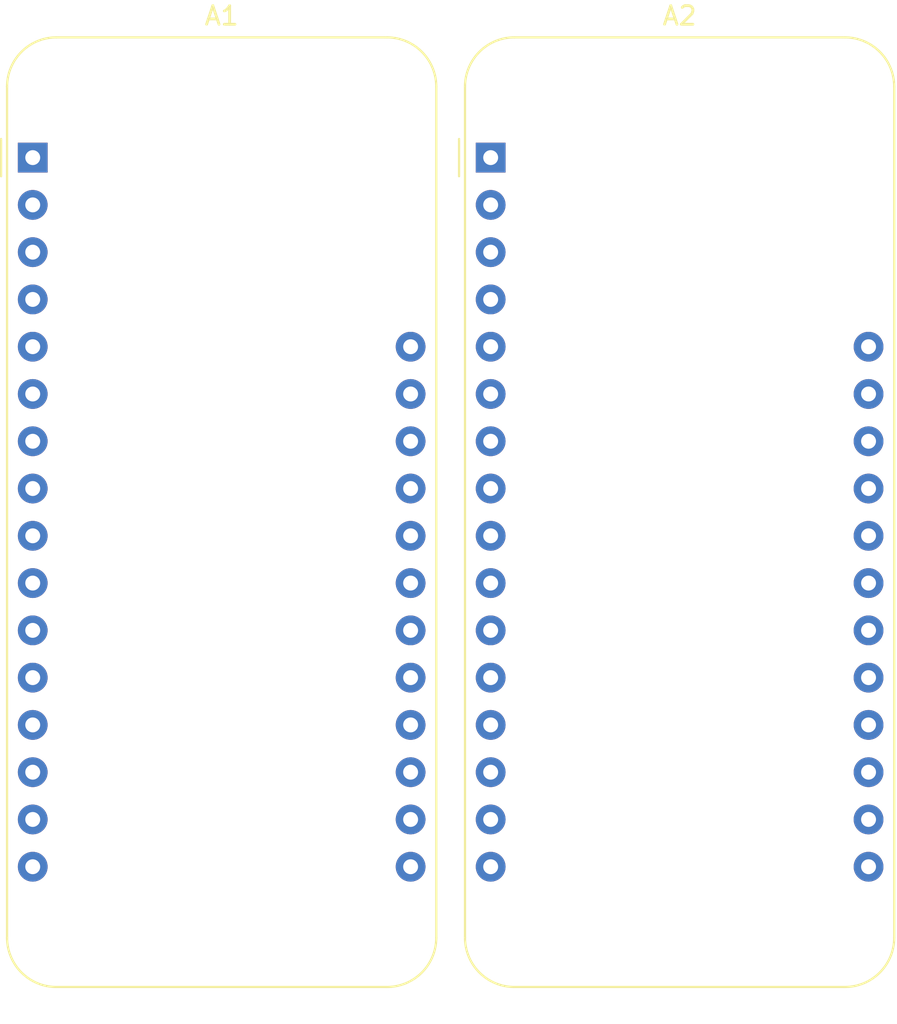
<source format=kicad_pcb>
(kicad_pcb (version 20221018) (generator pcbnew)
  (layers (0 "F.Cu" signal) (31 "B.Cu" signal) (34 "B.Paste" user) (35 "F.Paste" user) (36 "B.SilkS" user "B.Silkscreen") (37 "F.SilkS" user "F.Silkscreen") (38 "B.Mask" user) (39 "F.Mask" user) (44 "Edge.Cuts" user))
  (net 0 "")
  (net 1 "Net-(A1-~{RESET})")
  (net 2 "Net-(A1-3V3)")
  (net 3 "Net-(A1-AREF)")
  (net 4 "Net-(A1-GND)")
  (net 5 "Net-(A1-A0)")
  (net 6 "Net-(A1-A1)")
  (net 7 "Net-(A1-A2)")
  (net 8 "Net-(A1-A3)")
  (net 9 "Net-(A1-A4)")
  (net 10 "Net-(A1-A5)")
  (net 11 "Net-(A1-SCK)")
  (net 12 "Net-(A1-MOSI)")
  (net 13 "Net-(A1-MISO)")
  (net 14 "Net-(A1-RX)")
  (net 15 "Net-(A1-TX)")
  (net 16 "Net-(A1-SPARE)")
  (net 17 "Net-(A1-SDA)")
  (net 18 "Net-(A1-SCL)")
  (net 19 "Net-(A1-D0)")
  (net 20 "Net-(A1-D1)")
  (net 21 "Net-(A1-D2)")
  (net 22 "Net-(A1-D3)")
  (net 23 "Net-(A1-D4)")
  (net 24 "Net-(A1-D5)")
  (net 25 "Net-(A1-D6)")
  (net 26 "Net-(A1-USB)")
  (net 27 "Net-(A1-EN)")
  (net 28 "Net-(A1-VBAT)")
  (footprint "Module:Adafruit_Feather" (layer "F.Cu") (at 42.28 20.74)
    (fp_text reference "A2" (at 10.16 -7.62) (layer "F.SilkS"))
    (fp_text value "Adafruit_Feather_Generic")
    (fp_line (start -1.7 1) (end -1.7 -1) (stroke (width 0.12)) (layer "F.SilkS"))
    (fp_line (start -1.38 -3.81) (end -1.38 41.91) (stroke (width 0.12)) (layer "F.SilkS"))
    (fp_line (start 19.05 -6.46) (end 1.27 -6.46) (stroke (width 0.12)) (layer "F.SilkS"))
    (fp_line (start 19.05 44.56) (end 1.27 44.56) (stroke (width 0.12)) (layer "F.SilkS"))
    (fp_line (start 21.7 -3.81) (end 21.7 41.91) (stroke (width 0.12)) (layer "F.SilkS"))
    (fp_arc (start -1.38 -3.81) (mid -0.603833 -5.683833) (end 1.27 -6.46) (stroke (width 0.12)) (layer "F.SilkS"))
    (fp_arc (start 1.27 44.56) (mid -0.603833 43.783833) (end -1.38 41.91) (stroke (width 0.12)) (layer "F.SilkS"))
    (fp_arc (start 19.05 -6.46) (mid 20.923833 -5.683833) (end 21.7 -3.81) (stroke (width 0.12)) (layer "F.SilkS"))
    (fp_arc (start 21.7 41.91) (mid 20.923833 43.783833) (end 19.05 44.56) (stroke (width 0.12)) (layer "F.SilkS"))
    (pad "1" thru_hole rect (at 0 0 180) (size 1.6 1.6) (drill 0.8) (layers "*.Cu" "*.Mask") (net 1 "Net-(A1-~{RESET})"))
    (pad "2" thru_hole circle (at 0 2.54 180) (size 1.6 1.6) (drill 0.8) (layers "*.Cu" "*.Mask") (net 2 "Net-(A1-3V3)"))
    (pad "3" thru_hole circle (at 0 5.08 180) (size 1.6 1.6) (drill 0.8) (layers "*.Cu" "*.Mask") (net 3 "Net-(A1-AREF)"))
    (pad "4" thru_hole circle (at 0 7.62 180) (size 1.6 1.6) (drill 0.8) (layers "*.Cu" "*.Mask") (net 4 "Net-(A1-GND)"))
    (pad "5" thru_hole circle (at 0 10.16 180) (size 1.6 1.6) (drill 0.8) (layers "*.Cu" "*.Mask") (net 5 "Net-(A1-A0)"))
    (pad "6" thru_hole circle (at 0 12.7 180) (size 1.6 1.6) (drill 0.8) (layers "*.Cu" "*.Mask") (net 6 "Net-(A1-A1)"))
    (pad "7" thru_hole circle (at 0 15.24 180) (size 1.6 1.6) (drill 0.8) (layers "*.Cu" "*.Mask") (net 7 "Net-(A1-A2)"))
    (pad "8" thru_hole circle (at 0 17.78 180) (size 1.6 1.6) (drill 0.8) (layers "*.Cu" "*.Mask") (net 8 "Net-(A1-A3)"))
    (pad "9" thru_hole circle (at 0 20.32 180) (size 1.6 1.6) (drill 0.8) (layers "*.Cu" "*.Mask") (net 9 "Net-(A1-A4)"))
    (pad "10" thru_hole circle (at 0 22.86 180) (size 1.6 1.6) (drill 0.8) (layers "*.Cu" "*.Mask") (net 10 "Net-(A1-A5)"))
    (pad "11" thru_hole circle (at 0 25.4 180) (size 1.6 1.6) (drill 0.8) (layers "*.Cu" "*.Mask") (net 11 "Net-(A1-SCK)"))
    (pad "12" thru_hole circle (at 0 27.94 180) (size 1.6 1.6) (drill 0.8) (layers "*.Cu" "*.Mask") (net 12 "Net-(A1-MOSI)"))
    (pad "13" thru_hole circle (at 0 30.48 180) (size 1.6 1.6) (drill 0.8) (layers "*.Cu" "*.Mask") (net 13 "Net-(A1-MISO)"))
    (pad "14" thru_hole circle (at 0 33.02 180) (size 1.6 1.6) (drill 0.8) (layers "*.Cu" "*.Mask") (net 14 "Net-(A1-RX)"))
    (pad "15" thru_hole circle (at 0 35.56 180) (size 1.6 1.6) (drill 0.8) (layers "*.Cu" "*.Mask") (net 15 "Net-(A1-TX)"))
    (pad "16" thru_hole circle (at 0 38.1 180) (size 1.6 1.6) (drill 0.8) (layers "*.Cu" "*.Mask") (net 16 "Net-(A1-SPARE)"))
    (pad "17" thru_hole circle (at 20.32 38.1 180) (size 1.6 1.6) (drill 0.8) (layers "*.Cu" "*.Mask") (net 17 "Net-(A1-SDA)"))
    (pad "18" thru_hole circle (at 20.32 35.56 180) (size 1.6 1.6) (drill 0.8) (layers "*.Cu" "*.Mask") (net 18 "Net-(A1-SCL)"))
    (pad "19" thru_hole circle (at 20.32 33.02 180) (size 1.6 1.6) (drill 0.8) (layers "*.Cu" "*.Mask") (net 19 "Net-(A1-D0)"))
    (pad "20" thru_hole circle (at 20.32 30.48 180) (size 1.6 1.6) (drill 0.8) (layers "*.Cu" "*.Mask") (net 20 "Net-(A1-D1)"))
    (pad "21" thru_hole circle (at 20.32 27.94 180) (size 1.6 1.6) (drill 0.8) (layers "*.Cu" "*.Mask") (net 21 "Net-(A1-D2)"))
    (pad "22" thru_hole circle (at 20.32 25.4 180) (size 1.6 1.6) (drill 0.8) (layers "*.Cu" "*.Mask") (net 22 "Net-(A1-D3)"))
    (pad "23" thru_hole circle (at 20.32 22.86 180) (size 1.6 1.6) (drill 0.8) (layers "*.Cu" "*.Mask") (net 23 "Net-(A1-D4)"))
    (pad "24" thru_hole circle (at 20.32 20.32 180) (size 1.6 1.6) (drill 0.8) (layers "*.Cu" "*.Mask") (net 24 "Net-(A1-D5)"))
    (pad "25" thru_hole circle (at 20.32 17.78 180) (size 1.6 1.6) (drill 0.8) (layers "*.Cu" "*.Mask") (net 25 "Net-(A1-D6)"))
    (pad "26" thru_hole circle (at 20.32 15.24 180) (size 1.6 1.6) (drill 0.8) (layers "*.Cu" "*.Mask") (net 26 "Net-(A1-USB)"))
    (pad "27" thru_hole circle (at 20.32 12.7 180) (size 1.6 1.6) (drill 0.8) (layers "*.Cu" "*.Mask") (net 27 "Net-(A1-EN)"))
    (pad "28" thru_hole circle (at 20.32 10.16 180) (size 1.6 1.6) (drill 0.8) (layers "*.Cu" "*.Mask") (net 28 "Net-(A1-VBAT)"))
  )
  (footprint "Module:Adafruit_Feather" (layer "F.Cu") (at 17.655 20.74)
    (fp_text reference "A1" (at 10.16 -7.62) (layer "F.SilkS"))
    (fp_text value "Adafruit_Feather_Generic")
    (fp_line (start -1.7 1) (end -1.7 -1) (stroke (width 0.12)) (layer "F.SilkS"))
    (fp_line (start -1.38 -3.81) (end -1.38 41.91) (stroke (width 0.12)) (layer "F.SilkS"))
    (fp_line (start 19.05 -6.46) (end 1.27 -6.46) (stroke (width 0.12)) (layer "F.SilkS"))
    (fp_line (start 19.05 44.56) (end 1.27 44.56) (stroke (width 0.12)) (layer "F.SilkS"))
    (fp_line (start 21.7 -3.81) (end 21.7 41.91) (stroke (width 0.12)) (layer "F.SilkS"))
    (fp_arc (start -1.38 -3.81) (mid -0.603833 -5.683833) (end 1.27 -6.46) (stroke (width 0.12)) (layer "F.SilkS"))
    (fp_arc (start 1.27 44.56) (mid -0.603833 43.783833) (end -1.38 41.91) (stroke (width 0.12)) (layer "F.SilkS"))
    (fp_arc (start 19.05 -6.46) (mid 20.923833 -5.683833) (end 21.7 -3.81) (stroke (width 0.12)) (layer "F.SilkS"))
    (fp_arc (start 21.7 41.91) (mid 20.923833 43.783833) (end 19.05 44.56) (stroke (width 0.12)) (layer "F.SilkS"))
    (pad "1" thru_hole rect (at 0 0 180) (size 1.6 1.6) (drill 0.8) (layers "*.Cu" "*.Mask") (net 1 "Net-(A1-~{RESET})"))
    (pad "2" thru_hole circle (at 0 2.54 180) (size 1.6 1.6) (drill 0.8) (layers "*.Cu" "*.Mask") (net 2 "Net-(A1-3V3)"))
    (pad "3" thru_hole circle (at 0 5.08 180) (size 1.6 1.6) (drill 0.8) (layers "*.Cu" "*.Mask") (net 3 "Net-(A1-AREF)"))
    (pad "4" thru_hole circle (at 0 7.62 180) (size 1.6 1.6) (drill 0.8) (layers "*.Cu" "*.Mask") (net 4 "Net-(A1-GND)"))
    (pad "5" thru_hole circle (at 0 10.16 180) (size 1.6 1.6) (drill 0.8) (layers "*.Cu" "*.Mask") (net 5 "Net-(A1-A0)"))
    (pad "6" thru_hole circle (at 0 12.7 180) (size 1.6 1.6) (drill 0.8) (layers "*.Cu" "*.Mask") (net 6 "Net-(A1-A1)"))
    (pad "7" thru_hole circle (at 0 15.24 180) (size 1.6 1.6) (drill 0.8) (layers "*.Cu" "*.Mask") (net 7 "Net-(A1-A2)"))
    (pad "8" thru_hole circle (at 0 17.78 180) (size 1.6 1.6) (drill 0.8) (layers "*.Cu" "*.Mask") (net 8 "Net-(A1-A3)"))
    (pad "9" thru_hole circle (at 0 20.32 180) (size 1.6 1.6) (drill 0.8) (layers "*.Cu" "*.Mask") (net 9 "Net-(A1-A4)"))
    (pad "10" thru_hole circle (at 0 22.86 180) (size 1.6 1.6) (drill 0.8) (layers "*.Cu" "*.Mask") (net 10 "Net-(A1-A5)"))
    (pad "11" thru_hole circle (at 0 25.4 180) (size 1.6 1.6) (drill 0.8) (layers "*.Cu" "*.Mask") (net 11 "Net-(A1-SCK)"))
    (pad "12" thru_hole circle (at 0 27.94 180) (size 1.6 1.6) (drill 0.8) (layers "*.Cu" "*.Mask") (net 12 "Net-(A1-MOSI)"))
    (pad "13" thru_hole circle (at 0 30.48 180) (size 1.6 1.6) (drill 0.8) (layers "*.Cu" "*.Mask") (net 13 "Net-(A1-MISO)"))
    (pad "14" thru_hole circle (at 0 33.02 180) (size 1.6 1.6) (drill 0.8) (layers "*.Cu" "*.Mask") (net 14 "Net-(A1-RX)"))
    (pad "15" thru_hole circle (at 0 35.56 180) (size 1.6 1.6) (drill 0.8) (layers "*.Cu" "*.Mask") (net 15 "Net-(A1-TX)"))
    (pad "16" thru_hole circle (at 0 38.1 180) (size 1.6 1.6) (drill 0.8) (layers "*.Cu" "*.Mask") (net 16 "Net-(A1-SPARE)"))
    (pad "17" thru_hole circle (at 20.32 38.1 180) (size 1.6 1.6) (drill 0.8) (layers "*.Cu" "*.Mask") (net 17 "Net-(A1-SDA)"))
    (pad "18" thru_hole circle (at 20.32 35.56 180) (size 1.6 1.6) (drill 0.8) (layers "*.Cu" "*.Mask") (net 18 "Net-(A1-SCL)"))
    (pad "19" thru_hole circle (at 20.32 33.02 180) (size 1.6 1.6) (drill 0.8) (layers "*.Cu" "*.Mask") (net 19 "Net-(A1-D0)"))
    (pad "20" thru_hole circle (at 20.32 30.48 180) (size 1.6 1.6) (drill 0.8) (layers "*.Cu" "*.Mask") (net 20 "Net-(A1-D1)"))
    (pad "21" thru_hole circle (at 20.32 27.94 180) (size 1.6 1.6) (drill 0.8) (layers "*.Cu" "*.Mask") (net 21 "Net-(A1-D2)"))
    (pad "22" thru_hole circle (at 20.32 25.4 180) (size 1.6 1.6) (drill 0.8) (layers "*.Cu" "*.Mask") (net 22 "Net-(A1-D3)"))
    (pad "23" thru_hole circle (at 20.32 22.86 180) (size 1.6 1.6) (drill 0.8) (layers "*.Cu" "*.Mask") (net 23 "Net-(A1-D4)"))
    (pad "24" thru_hole circle (at 20.32 20.32 180) (size 1.6 1.6) (drill 0.8) (layers "*.Cu" "*.Mask") (net 24 "Net-(A1-D5)"))
    (pad "25" thru_hole circle (at 20.32 17.78 180) (size 1.6 1.6) (drill 0.8) (layers "*.Cu" "*.Mask") (net 25 "Net-(A1-D6)"))
    (pad "26" thru_hole circle (at 20.32 15.24 180) (size 1.6 1.6) (drill 0.8) (layers "*.Cu" "*.Mask") (net 26 "Net-(A1-USB)"))
    (pad "27" thru_hole circle (at 20.32 12.7 180) (size 1.6 1.6) (drill 0.8) (layers "*.Cu" "*.Mask") (net 27 "Net-(A1-EN)"))
    (pad "28" thru_hole circle (at 20.32 10.16 180) (size 1.6 1.6) (drill 0.8) (layers "*.Cu" "*.Mask") (net 28 "Net-(A1-VBAT)"))
  )
)
</source>
